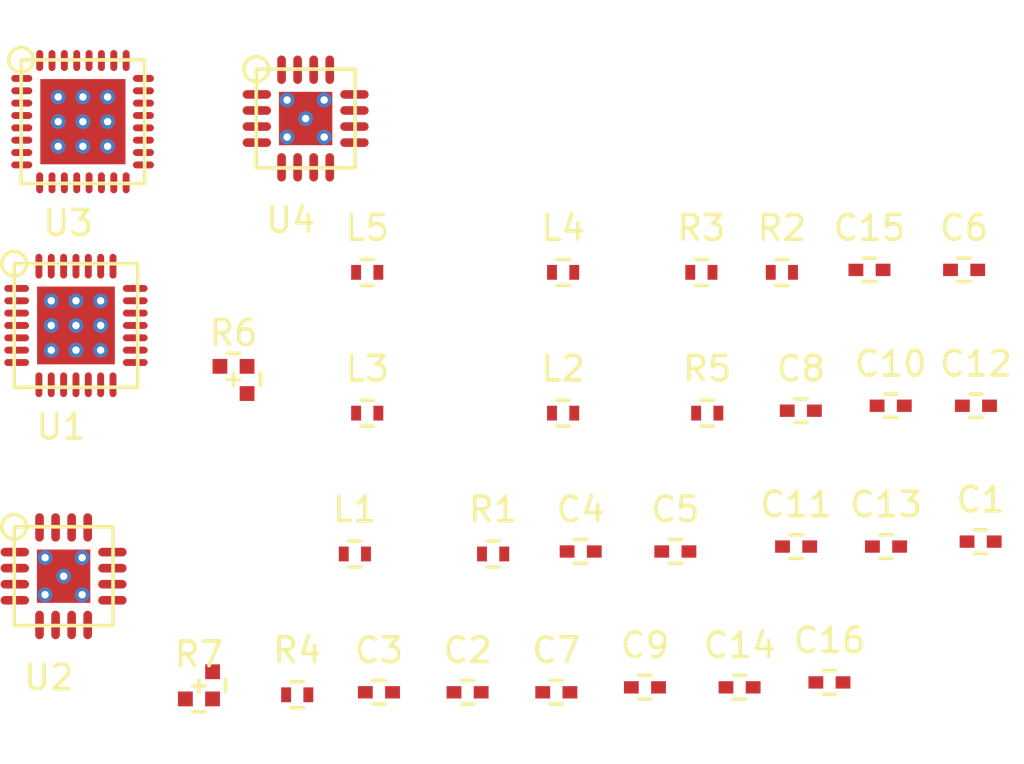
<source format=kicad_pcb>
(kicad_pcb (version 4) (host pcbnew "(2015-07-02 BZR 5871)-product")

  (general
    (links 112)
    (no_connects 84)
    (area 30.607 21.595 72.422714 52.94)
    (thickness 1.6)
    (drawings 0)
    (tracks 0)
    (zones 0)
    (modules 32)
    (nets 86)
  )

  (page A4)
  (layers
    (0 F.Cu signal)
    (1 In1.Cu signal)
    (2 In2.Cu signal)
    (31 B.Cu signal)
    (32 B.Adhes user)
    (33 F.Adhes user)
    (34 B.Paste user)
    (35 F.Paste user)
    (36 B.SilkS user)
    (37 F.SilkS user)
    (38 B.Mask user)
    (39 F.Mask user)
    (40 Dwgs.User user)
    (41 Cmts.User user)
    (42 Eco1.User user)
    (43 Eco2.User user)
    (44 Edge.Cuts user)
    (45 Margin user)
    (46 B.CrtYd user)
    (47 F.CrtYd user)
    (48 B.Fab user)
    (49 F.Fab user)
  )

  (setup
    (last_trace_width 0.25)
    (trace_clearance 0.2)
    (zone_clearance 0.508)
    (zone_45_only no)
    (trace_min 0.2)
    (segment_width 0.2)
    (edge_width 0.1)
    (via_size 0.6)
    (via_drill 0.4)
    (via_min_size 0.4)
    (via_min_drill 0.3)
    (uvia_size 0.3)
    (uvia_drill 0.1)
    (uvias_allowed no)
    (uvia_min_size 0.2)
    (uvia_min_drill 0.1)
    (pcb_text_width 0.3)
    (pcb_text_size 1.5 1.5)
    (mod_edge_width 0.15)
    (mod_text_size 1 1)
    (mod_text_width 0.15)
    (pad_size 1.5 1.5)
    (pad_drill 0.6)
    (pad_to_mask_clearance 0)
    (aux_axis_origin 0 0)
    (visible_elements 7FFFFFFF)
    (pcbplotparams
      (layerselection 0x00030_80000001)
      (usegerberextensions false)
      (excludeedgelayer true)
      (linewidth 0.100000)
      (plotframeref false)
      (viasonmask false)
      (mode 1)
      (useauxorigin false)
      (hpglpennumber 1)
      (hpglpenspeed 20)
      (hpglpendiameter 15)
      (hpglpenoverlay 2)
      (psnegative false)
      (psa4output false)
      (plotreference true)
      (plotvalue true)
      (plotinvisibletext false)
      (padsonsilk false)
      (subtractmaskfromsilk false)
      (outputformat 1)
      (mirror false)
      (drillshape 1)
      (scaleselection 1)
      (outputdirectory ""))
  )

  (net 0 "")
  (net 1 "Net-(C3-Pad1)")
  (net 2 "Net-(C6-Pad1)")
  (net 3 "Net-(C7-Pad1)")
  (net 4 "Net-(C9-Pad2)")
  (net 5 "Net-(C10-Pad1)")
  (net 6 "Net-(C13-Pad1)")
  (net 7 "Net-(C14-Pad1)")
  (net 8 "Net-(C15-Pad1)")
  (net 9 "Net-(C16-Pad1)")
  (net 10 "Net-(R1-Pad1)")
  (net 11 "Net-(R2-Pad1)")
  (net 12 "Net-(R2-Pad2)")
  (net 13 "Net-(R3-Pad1)")
  (net 14 "Net-(R3-Pad2)")
  (net 15 "Net-(R4-Pad1)")
  (net 16 "Net-(R4-Pad2)")
  (net 17 "Net-(R5-Pad1)")
  (net 18 "Net-(U1-Pad1)")
  (net 19 "Net-(U1-Pad2)")
  (net 20 "Net-(U1-Pad4)")
  (net 21 "Net-(U1-Pad5)")
  (net 22 "Net-(U1-Pad6)")
  (net 23 "Net-(U1-Pad7)")
  (net 24 "Net-(U1-Pad9)")
  (net 25 "Net-(U1-Pad10)")
  (net 26 "Net-(U1-Pad21)")
  (net 27 "Net-(U1-Pad18)")
  (net 28 "Net-(U1-Pad15)")
  (net 29 GND)
  (net 30 AVDD)
  (net 31 /2G4Radio/VDD_CC2520)
  (net 32 /2G4Radio/VDD_CC2592)
  (net 33 "Net-(U1-Pad25)")
  (net 34 "Net-(U1-Pad26)")
  (net 35 "Net-(U1-Pad28)")
  (net 36 "Net-(R6-Pad3)")
  (net 37 "Net-(R6-Pad1)")
  (net 38 "Net-(R6-Pad2)")
  (net 39 "Net-(R7-Pad3)")
  (net 40 "Net-(R7-Pad1)")
  (net 41 "Net-(R7-Pad2)")
  (net 42 "Net-(U3-Pad25)")
  (net 43 "Net-(U3-Pad17)")
  (net 44 "Net-(U3-Pad9)")
  (net 45 "Net-(U3-Pad1)")
  (net 46 "Net-(U3-Pad2)")
  (net 47 "Net-(U3-Pad3)")
  (net 48 "Net-(U3-Pad4)")
  (net 49 "Net-(U3-Pad5)")
  (net 50 "Net-(U3-Pad6)")
  (net 51 "Net-(U3-Pad7)")
  (net 52 "Net-(U3-Pad8)")
  (net 53 "Net-(U3-Pad10)")
  (net 54 "Net-(U3-Pad11)")
  (net 55 "Net-(U3-Pad12)")
  (net 56 "Net-(U3-Pad13)")
  (net 57 "Net-(U3-Pad14)")
  (net 58 "Net-(U3-Pad15)")
  (net 59 "Net-(U3-Pad16)")
  (net 60 "Net-(U3-Pad18)")
  (net 61 "Net-(U3-Pad19)")
  (net 62 "Net-(U3-Pad20)")
  (net 63 "Net-(U3-Pad21)")
  (net 64 "Net-(U3-Pad22)")
  (net 65 "Net-(U3-Pad23)")
  (net 66 "Net-(U3-Pad24)")
  (net 67 "Net-(U3-Pad26)")
  (net 68 "Net-(U3-Pad27)")
  (net 69 "Net-(U3-Pad28)")
  (net 70 "Net-(U3-Pad29)")
  (net 71 "Net-(U3-Pad30)")
  (net 72 "Net-(U3-Pad31)")
  (net 73 "Net-(U3-Pad32)")
  (net 74 "Net-(U4-Pad13)")
  (net 75 "Net-(U4-Pad5)")
  (net 76 "Net-(U4-Pad2)")
  (net 77 "Net-(U4-Pad4)")
  (net 78 "Net-(U4-Pad6)")
  (net 79 "Net-(U4-Pad7)")
  (net 80 "Net-(U4-Pad8)")
  (net 81 "Net-(U4-Pad10)")
  (net 82 "Net-(U4-Pad11)")
  (net 83 "Net-(U4-Pad14)")
  (net 84 "Net-(U4-Pad15)")
  (net 85 "Net-(U4-Pad16)")

  (net_class Default "This is the default net class."
    (clearance 0.2)
    (trace_width 0.25)
    (via_dia 0.6)
    (via_drill 0.4)
    (uvia_dia 0.3)
    (uvia_drill 0.1)
    (add_net /2G4Radio/VDD_CC2520)
    (add_net /2G4Radio/VDD_CC2592)
    (add_net AVDD)
    (add_net GND)
    (add_net "Net-(C10-Pad1)")
    (add_net "Net-(C13-Pad1)")
    (add_net "Net-(C14-Pad1)")
    (add_net "Net-(C15-Pad1)")
    (add_net "Net-(C16-Pad1)")
    (add_net "Net-(C3-Pad1)")
    (add_net "Net-(C6-Pad1)")
    (add_net "Net-(C7-Pad1)")
    (add_net "Net-(C9-Pad2)")
    (add_net "Net-(R1-Pad1)")
    (add_net "Net-(R2-Pad1)")
    (add_net "Net-(R2-Pad2)")
    (add_net "Net-(R3-Pad1)")
    (add_net "Net-(R3-Pad2)")
    (add_net "Net-(R4-Pad1)")
    (add_net "Net-(R4-Pad2)")
    (add_net "Net-(R5-Pad1)")
    (add_net "Net-(R6-Pad1)")
    (add_net "Net-(R6-Pad2)")
    (add_net "Net-(R6-Pad3)")
    (add_net "Net-(R7-Pad1)")
    (add_net "Net-(R7-Pad2)")
    (add_net "Net-(R7-Pad3)")
    (add_net "Net-(U1-Pad1)")
    (add_net "Net-(U1-Pad10)")
    (add_net "Net-(U1-Pad15)")
    (add_net "Net-(U1-Pad18)")
    (add_net "Net-(U1-Pad2)")
    (add_net "Net-(U1-Pad21)")
    (add_net "Net-(U1-Pad25)")
    (add_net "Net-(U1-Pad26)")
    (add_net "Net-(U1-Pad28)")
    (add_net "Net-(U1-Pad4)")
    (add_net "Net-(U1-Pad5)")
    (add_net "Net-(U1-Pad6)")
    (add_net "Net-(U1-Pad7)")
    (add_net "Net-(U1-Pad9)")
    (add_net "Net-(U3-Pad1)")
    (add_net "Net-(U3-Pad10)")
    (add_net "Net-(U3-Pad11)")
    (add_net "Net-(U3-Pad12)")
    (add_net "Net-(U3-Pad13)")
    (add_net "Net-(U3-Pad14)")
    (add_net "Net-(U3-Pad15)")
    (add_net "Net-(U3-Pad16)")
    (add_net "Net-(U3-Pad17)")
    (add_net "Net-(U3-Pad18)")
    (add_net "Net-(U3-Pad19)")
    (add_net "Net-(U3-Pad2)")
    (add_net "Net-(U3-Pad20)")
    (add_net "Net-(U3-Pad21)")
    (add_net "Net-(U3-Pad22)")
    (add_net "Net-(U3-Pad23)")
    (add_net "Net-(U3-Pad24)")
    (add_net "Net-(U3-Pad25)")
    (add_net "Net-(U3-Pad26)")
    (add_net "Net-(U3-Pad27)")
    (add_net "Net-(U3-Pad28)")
    (add_net "Net-(U3-Pad29)")
    (add_net "Net-(U3-Pad3)")
    (add_net "Net-(U3-Pad30)")
    (add_net "Net-(U3-Pad31)")
    (add_net "Net-(U3-Pad32)")
    (add_net "Net-(U3-Pad4)")
    (add_net "Net-(U3-Pad5)")
    (add_net "Net-(U3-Pad6)")
    (add_net "Net-(U3-Pad7)")
    (add_net "Net-(U3-Pad8)")
    (add_net "Net-(U3-Pad9)")
    (add_net "Net-(U4-Pad10)")
    (add_net "Net-(U4-Pad11)")
    (add_net "Net-(U4-Pad13)")
    (add_net "Net-(U4-Pad14)")
    (add_net "Net-(U4-Pad15)")
    (add_net "Net-(U4-Pad16)")
    (add_net "Net-(U4-Pad2)")
    (add_net "Net-(U4-Pad4)")
    (add_net "Net-(U4-Pad5)")
    (add_net "Net-(U4-Pad6)")
    (add_net "Net-(U4-Pad7)")
    (add_net "Net-(U4-Pad8)")
  )

  (module Capacitors_SMD:C_0402 (layer F.Cu) (tedit 5415D599) (tstamp 5598467B)
    (at 70.504857 43.797)
    (descr "Capacitor SMD 0402, reflow soldering, AVX (see smccp.pdf)")
    (tags "capacitor 0402")
    (path /5597347E/55973A13)
    (attr smd)
    (fp_text reference C1 (at 0 -1.7) (layer F.SilkS)
      (effects (font (size 1 1) (thickness 0.15)))
    )
    (fp_text value 0.1u (at 0 1.7) (layer F.Fab)
      (effects (font (size 1 1) (thickness 0.15)))
    )
    (fp_line (start -1.15 -0.6) (end 1.15 -0.6) (layer F.CrtYd) (width 0.05))
    (fp_line (start -1.15 0.6) (end 1.15 0.6) (layer F.CrtYd) (width 0.05))
    (fp_line (start -1.15 -0.6) (end -1.15 0.6) (layer F.CrtYd) (width 0.05))
    (fp_line (start 1.15 -0.6) (end 1.15 0.6) (layer F.CrtYd) (width 0.05))
    (fp_line (start 0.25 -0.475) (end -0.25 -0.475) (layer F.SilkS) (width 0.15))
    (fp_line (start -0.25 0.475) (end 0.25 0.475) (layer F.SilkS) (width 0.15))
    (pad 1 smd rect (at -0.55 0) (size 0.6 0.5) (layers F.Cu F.Paste F.Mask)
      (net 30 AVDD))
    (pad 2 smd rect (at 0.55 0) (size 0.6 0.5) (layers F.Cu F.Paste F.Mask)
      (net 29 GND))
    (model Capacitors_SMD.3dshapes/C_0402.wrl
      (at (xyz 0 0 0))
      (scale (xyz 1 1 1))
      (rotate (xyz 0 0 0))
    )
  )

  (module Capacitors_SMD:C_0402 (layer F.Cu) (tedit 5415D599) (tstamp 55984680)
    (at 49.734857 49.897)
    (descr "Capacitor SMD 0402, reflow soldering, AVX (see smccp.pdf)")
    (tags "capacitor 0402")
    (path /5597347E/55973A40)
    (attr smd)
    (fp_text reference C2 (at 0 -1.7) (layer F.SilkS)
      (effects (font (size 1 1) (thickness 0.15)))
    )
    (fp_text value 0.1u (at 0 1.7) (layer F.Fab)
      (effects (font (size 1 1) (thickness 0.15)))
    )
    (fp_line (start -1.15 -0.6) (end 1.15 -0.6) (layer F.CrtYd) (width 0.05))
    (fp_line (start -1.15 0.6) (end 1.15 0.6) (layer F.CrtYd) (width 0.05))
    (fp_line (start -1.15 -0.6) (end -1.15 0.6) (layer F.CrtYd) (width 0.05))
    (fp_line (start 1.15 -0.6) (end 1.15 0.6) (layer F.CrtYd) (width 0.05))
    (fp_line (start 0.25 -0.475) (end -0.25 -0.475) (layer F.SilkS) (width 0.15))
    (fp_line (start -0.25 0.475) (end 0.25 0.475) (layer F.SilkS) (width 0.15))
    (pad 1 smd rect (at -0.55 0) (size 0.6 0.5) (layers F.Cu F.Paste F.Mask)
      (net 30 AVDD))
    (pad 2 smd rect (at 0.55 0) (size 0.6 0.5) (layers F.Cu F.Paste F.Mask)
      (net 29 GND))
    (model Capacitors_SMD.3dshapes/C_0402.wrl
      (at (xyz 0 0 0))
      (scale (xyz 1 1 1))
      (rotate (xyz 0 0 0))
    )
  )

  (module Capacitors_SMD:C_0402 (layer F.Cu) (tedit 5415D599) (tstamp 55984685)
    (at 46.146762 49.897)
    (descr "Capacitor SMD 0402, reflow soldering, AVX (see smccp.pdf)")
    (tags "capacitor 0402")
    (path /5597347E/55973B2A)
    (attr smd)
    (fp_text reference C3 (at 0 -1.7) (layer F.SilkS)
      (effects (font (size 1 1) (thickness 0.15)))
    )
    (fp_text value 12p (at 0 1.7) (layer F.Fab)
      (effects (font (size 1 1) (thickness 0.15)))
    )
    (fp_line (start -1.15 -0.6) (end 1.15 -0.6) (layer F.CrtYd) (width 0.05))
    (fp_line (start -1.15 0.6) (end 1.15 0.6) (layer F.CrtYd) (width 0.05))
    (fp_line (start -1.15 -0.6) (end -1.15 0.6) (layer F.CrtYd) (width 0.05))
    (fp_line (start 1.15 -0.6) (end 1.15 0.6) (layer F.CrtYd) (width 0.05))
    (fp_line (start 0.25 -0.475) (end -0.25 -0.475) (layer F.SilkS) (width 0.15))
    (fp_line (start -0.25 0.475) (end 0.25 0.475) (layer F.SilkS) (width 0.15))
    (pad 1 smd rect (at -0.55 0) (size 0.6 0.5) (layers F.Cu F.Paste F.Mask)
      (net 1 "Net-(C3-Pad1)"))
    (pad 2 smd rect (at 0.55 0) (size 0.6 0.5) (layers F.Cu F.Paste F.Mask)
      (net 29 GND))
    (model Capacitors_SMD.3dshapes/C_0402.wrl
      (at (xyz 0 0 0))
      (scale (xyz 1 1 1))
      (rotate (xyz 0 0 0))
    )
  )

  (module Capacitors_SMD:C_0402 (layer F.Cu) (tedit 5415D599) (tstamp 5598468A)
    (at 54.314857 44.197)
    (descr "Capacitor SMD 0402, reflow soldering, AVX (see smccp.pdf)")
    (tags "capacitor 0402")
    (path /5597347E/55973A7D)
    (attr smd)
    (fp_text reference C4 (at 0 -1.7) (layer F.SilkS)
      (effects (font (size 1 1) (thickness 0.15)))
    )
    (fp_text value 0.1u (at 0 1.7) (layer F.Fab)
      (effects (font (size 1 1) (thickness 0.15)))
    )
    (fp_line (start -1.15 -0.6) (end 1.15 -0.6) (layer F.CrtYd) (width 0.05))
    (fp_line (start -1.15 0.6) (end 1.15 0.6) (layer F.CrtYd) (width 0.05))
    (fp_line (start -1.15 -0.6) (end -1.15 0.6) (layer F.CrtYd) (width 0.05))
    (fp_line (start 1.15 -0.6) (end 1.15 0.6) (layer F.CrtYd) (width 0.05))
    (fp_line (start 0.25 -0.475) (end -0.25 -0.475) (layer F.SilkS) (width 0.15))
    (fp_line (start -0.25 0.475) (end 0.25 0.475) (layer F.SilkS) (width 0.15))
    (pad 1 smd rect (at -0.55 0) (size 0.6 0.5) (layers F.Cu F.Paste F.Mask)
      (net 30 AVDD))
    (pad 2 smd rect (at 0.55 0) (size 0.6 0.5) (layers F.Cu F.Paste F.Mask)
      (net 29 GND))
    (model Capacitors_SMD.3dshapes/C_0402.wrl
      (at (xyz 0 0 0))
      (scale (xyz 1 1 1))
      (rotate (xyz 0 0 0))
    )
  )

  (module Capacitors_SMD:C_0402 (layer F.Cu) (tedit 5415D599) (tstamp 5598468F)
    (at 58.144857 44.197)
    (descr "Capacitor SMD 0402, reflow soldering, AVX (see smccp.pdf)")
    (tags "capacitor 0402")
    (path /5597347E/55973AB9)
    (attr smd)
    (fp_text reference C5 (at 0 -1.7) (layer F.SilkS)
      (effects (font (size 1 1) (thickness 0.15)))
    )
    (fp_text value 2.2u (at 0 1.7) (layer F.Fab)
      (effects (font (size 1 1) (thickness 0.15)))
    )
    (fp_line (start -1.15 -0.6) (end 1.15 -0.6) (layer F.CrtYd) (width 0.05))
    (fp_line (start -1.15 0.6) (end 1.15 0.6) (layer F.CrtYd) (width 0.05))
    (fp_line (start -1.15 -0.6) (end -1.15 0.6) (layer F.CrtYd) (width 0.05))
    (fp_line (start 1.15 -0.6) (end 1.15 0.6) (layer F.CrtYd) (width 0.05))
    (fp_line (start 0.25 -0.475) (end -0.25 -0.475) (layer F.SilkS) (width 0.15))
    (fp_line (start -0.25 0.475) (end 0.25 0.475) (layer F.SilkS) (width 0.15))
    (pad 1 smd rect (at -0.55 0) (size 0.6 0.5) (layers F.Cu F.Paste F.Mask)
      (net 30 AVDD))
    (pad 2 smd rect (at 0.55 0) (size 0.6 0.5) (layers F.Cu F.Paste F.Mask)
      (net 29 GND))
    (model Capacitors_SMD.3dshapes/C_0402.wrl
      (at (xyz 0 0 0))
      (scale (xyz 1 1 1))
      (rotate (xyz 0 0 0))
    )
  )

  (module Capacitors_SMD:C_0402 (layer F.Cu) (tedit 5415D599) (tstamp 55984694)
    (at 69.834857 32.797)
    (descr "Capacitor SMD 0402, reflow soldering, AVX (see smccp.pdf)")
    (tags "capacitor 0402")
    (path /5597347E/55973BC4)
    (attr smd)
    (fp_text reference C6 (at 0 -1.7) (layer F.SilkS)
      (effects (font (size 1 1) (thickness 0.15)))
    )
    (fp_text value 0.1u (at 0 1.7) (layer F.Fab)
      (effects (font (size 1 1) (thickness 0.15)))
    )
    (fp_line (start -1.15 -0.6) (end 1.15 -0.6) (layer F.CrtYd) (width 0.05))
    (fp_line (start -1.15 0.6) (end 1.15 0.6) (layer F.CrtYd) (width 0.05))
    (fp_line (start -1.15 -0.6) (end -1.15 0.6) (layer F.CrtYd) (width 0.05))
    (fp_line (start 1.15 -0.6) (end 1.15 0.6) (layer F.CrtYd) (width 0.05))
    (fp_line (start 0.25 -0.475) (end -0.25 -0.475) (layer F.SilkS) (width 0.15))
    (fp_line (start -0.25 0.475) (end 0.25 0.475) (layer F.SilkS) (width 0.15))
    (pad 1 smd rect (at -0.55 0) (size 0.6 0.5) (layers F.Cu F.Paste F.Mask)
      (net 2 "Net-(C6-Pad1)"))
    (pad 2 smd rect (at 0.55 0) (size 0.6 0.5) (layers F.Cu F.Paste F.Mask)
      (net 29 GND))
    (model Capacitors_SMD.3dshapes/C_0402.wrl
      (at (xyz 0 0 0))
      (scale (xyz 1 1 1))
      (rotate (xyz 0 0 0))
    )
  )

  (module Capacitors_SMD:C_0402 (layer F.Cu) (tedit 5415D599) (tstamp 55984699)
    (at 53.326762 49.897)
    (descr "Capacitor SMD 0402, reflow soldering, AVX (see smccp.pdf)")
    (tags "capacitor 0402")
    (path /5597347E/55973B5B)
    (attr smd)
    (fp_text reference C7 (at 0 -1.7) (layer F.SilkS)
      (effects (font (size 1 1) (thickness 0.15)))
    )
    (fp_text value 12p (at 0 1.7) (layer F.Fab)
      (effects (font (size 1 1) (thickness 0.15)))
    )
    (fp_line (start -1.15 -0.6) (end 1.15 -0.6) (layer F.CrtYd) (width 0.05))
    (fp_line (start -1.15 0.6) (end 1.15 0.6) (layer F.CrtYd) (width 0.05))
    (fp_line (start -1.15 -0.6) (end -1.15 0.6) (layer F.CrtYd) (width 0.05))
    (fp_line (start 1.15 -0.6) (end 1.15 0.6) (layer F.CrtYd) (width 0.05))
    (fp_line (start 0.25 -0.475) (end -0.25 -0.475) (layer F.SilkS) (width 0.15))
    (fp_line (start -0.25 0.475) (end 0.25 0.475) (layer F.SilkS) (width 0.15))
    (pad 1 smd rect (at -0.55 0) (size 0.6 0.5) (layers F.Cu F.Paste F.Mask)
      (net 3 "Net-(C7-Pad1)"))
    (pad 2 smd rect (at 0.55 0) (size 0.6 0.5) (layers F.Cu F.Paste F.Mask)
      (net 29 GND))
    (model Capacitors_SMD.3dshapes/C_0402.wrl
      (at (xyz 0 0 0))
      (scale (xyz 1 1 1))
      (rotate (xyz 0 0 0))
    )
  )

  (module Capacitors_SMD:C_0402 (layer F.Cu) (tedit 5415D599) (tstamp 5598469E)
    (at 63.224857 38.497)
    (descr "Capacitor SMD 0402, reflow soldering, AVX (see smccp.pdf)")
    (tags "capacitor 0402")
    (path /5597347E/55974233)
    (attr smd)
    (fp_text reference C8 (at 0 -1.7) (layer F.SilkS)
      (effects (font (size 1 1) (thickness 0.15)))
    )
    (fp_text value 2.2u (at 0 1.7) (layer F.Fab)
      (effects (font (size 1 1) (thickness 0.15)))
    )
    (fp_line (start -1.15 -0.6) (end 1.15 -0.6) (layer F.CrtYd) (width 0.05))
    (fp_line (start -1.15 0.6) (end 1.15 0.6) (layer F.CrtYd) (width 0.05))
    (fp_line (start -1.15 -0.6) (end -1.15 0.6) (layer F.CrtYd) (width 0.05))
    (fp_line (start 1.15 -0.6) (end 1.15 0.6) (layer F.CrtYd) (width 0.05))
    (fp_line (start 0.25 -0.475) (end -0.25 -0.475) (layer F.SilkS) (width 0.15))
    (fp_line (start -0.25 0.475) (end 0.25 0.475) (layer F.SilkS) (width 0.15))
    (pad 1 smd rect (at -0.55 0) (size 0.6 0.5) (layers F.Cu F.Paste F.Mask)
      (net 5 "Net-(C10-Pad1)"))
    (pad 2 smd rect (at 0.55 0) (size 0.6 0.5) (layers F.Cu F.Paste F.Mask)
      (net 29 GND))
    (model Capacitors_SMD.3dshapes/C_0402.wrl
      (at (xyz 0 0 0))
      (scale (xyz 1 1 1))
      (rotate (xyz 0 0 0))
    )
  )

  (module Capacitors_SMD:C_0402 (layer F.Cu) (tedit 5415D599) (tstamp 559846A3)
    (at 56.914857 49.697)
    (descr "Capacitor SMD 0402, reflow soldering, AVX (see smccp.pdf)")
    (tags "capacitor 0402")
    (path /5597347E/55973FE7)
    (attr smd)
    (fp_text reference C9 (at 0 -1.7) (layer F.SilkS)
      (effects (font (size 1 1) (thickness 0.15)))
    )
    (fp_text value 6.8p (at 0 1.7) (layer F.Fab)
      (effects (font (size 1 1) (thickness 0.15)))
    )
    (fp_line (start -1.15 -0.6) (end 1.15 -0.6) (layer F.CrtYd) (width 0.05))
    (fp_line (start -1.15 0.6) (end 1.15 0.6) (layer F.CrtYd) (width 0.05))
    (fp_line (start -1.15 -0.6) (end -1.15 0.6) (layer F.CrtYd) (width 0.05))
    (fp_line (start 1.15 -0.6) (end 1.15 0.6) (layer F.CrtYd) (width 0.05))
    (fp_line (start 0.25 -0.475) (end -0.25 -0.475) (layer F.SilkS) (width 0.15))
    (fp_line (start -0.25 0.475) (end 0.25 0.475) (layer F.SilkS) (width 0.15))
    (pad 1 smd rect (at -0.55 0) (size 0.6 0.5) (layers F.Cu F.Paste F.Mask)
      (net 29 GND))
    (pad 2 smd rect (at 0.55 0) (size 0.6 0.5) (layers F.Cu F.Paste F.Mask)
      (net 4 "Net-(C9-Pad2)"))
    (model Capacitors_SMD.3dshapes/C_0402.wrl
      (at (xyz 0 0 0))
      (scale (xyz 1 1 1))
      (rotate (xyz 0 0 0))
    )
  )

  (module Capacitors_SMD:C_0402 (layer F.Cu) (tedit 5415D599) (tstamp 559846A8)
    (at 66.864381 38.297)
    (descr "Capacitor SMD 0402, reflow soldering, AVX (see smccp.pdf)")
    (tags "capacitor 0402")
    (path /5597347E/559741EE)
    (attr smd)
    (fp_text reference C10 (at 0 -1.7) (layer F.SilkS)
      (effects (font (size 1 1) (thickness 0.15)))
    )
    (fp_text value 1u (at 0 1.7) (layer F.Fab)
      (effects (font (size 1 1) (thickness 0.15)))
    )
    (fp_line (start -1.15 -0.6) (end 1.15 -0.6) (layer F.CrtYd) (width 0.05))
    (fp_line (start -1.15 0.6) (end 1.15 0.6) (layer F.CrtYd) (width 0.05))
    (fp_line (start -1.15 -0.6) (end -1.15 0.6) (layer F.CrtYd) (width 0.05))
    (fp_line (start 1.15 -0.6) (end 1.15 0.6) (layer F.CrtYd) (width 0.05))
    (fp_line (start 0.25 -0.475) (end -0.25 -0.475) (layer F.SilkS) (width 0.15))
    (fp_line (start -0.25 0.475) (end 0.25 0.475) (layer F.SilkS) (width 0.15))
    (pad 1 smd rect (at -0.55 0) (size 0.6 0.5) (layers F.Cu F.Paste F.Mask)
      (net 5 "Net-(C10-Pad1)"))
    (pad 2 smd rect (at 0.55 0) (size 0.6 0.5) (layers F.Cu F.Paste F.Mask)
      (net 29 GND))
    (model Capacitors_SMD.3dshapes/C_0402.wrl
      (at (xyz 0 0 0))
      (scale (xyz 1 1 1))
      (rotate (xyz 0 0 0))
    )
  )

  (module Capacitors_SMD:C_0402 (layer F.Cu) (tedit 5415D599) (tstamp 559846AD)
    (at 63.034381 43.997)
    (descr "Capacitor SMD 0402, reflow soldering, AVX (see smccp.pdf)")
    (tags "capacitor 0402")
    (path /5597347E/559741B1)
    (attr smd)
    (fp_text reference C11 (at 0 -1.7) (layer F.SilkS)
      (effects (font (size 1 1) (thickness 0.15)))
    )
    (fp_text value 1n (at 0 1.7) (layer F.Fab)
      (effects (font (size 1 1) (thickness 0.15)))
    )
    (fp_line (start -1.15 -0.6) (end 1.15 -0.6) (layer F.CrtYd) (width 0.05))
    (fp_line (start -1.15 0.6) (end 1.15 0.6) (layer F.CrtYd) (width 0.05))
    (fp_line (start -1.15 -0.6) (end -1.15 0.6) (layer F.CrtYd) (width 0.05))
    (fp_line (start 1.15 -0.6) (end 1.15 0.6) (layer F.CrtYd) (width 0.05))
    (fp_line (start 0.25 -0.475) (end -0.25 -0.475) (layer F.SilkS) (width 0.15))
    (fp_line (start -0.25 0.475) (end 0.25 0.475) (layer F.SilkS) (width 0.15))
    (pad 1 smd rect (at -0.55 0) (size 0.6 0.5) (layers F.Cu F.Paste F.Mask)
      (net 5 "Net-(C10-Pad1)"))
    (pad 2 smd rect (at 0.55 0) (size 0.6 0.5) (layers F.Cu F.Paste F.Mask)
      (net 29 GND))
    (model Capacitors_SMD.3dshapes/C_0402.wrl
      (at (xyz 0 0 0))
      (scale (xyz 1 1 1))
      (rotate (xyz 0 0 0))
    )
  )

  (module Capacitors_SMD:C_0402 (layer F.Cu) (tedit 5415D599) (tstamp 559846B2)
    (at 70.314381 38.297)
    (descr "Capacitor SMD 0402, reflow soldering, AVX (see smccp.pdf)")
    (tags "capacitor 0402")
    (path /5597347E/55974136)
    (attr smd)
    (fp_text reference C12 (at 0 -1.7) (layer F.SilkS)
      (effects (font (size 1 1) (thickness 0.15)))
    )
    (fp_text value 12p (at 0 1.7) (layer F.Fab)
      (effects (font (size 1 1) (thickness 0.15)))
    )
    (fp_line (start -1.15 -0.6) (end 1.15 -0.6) (layer F.CrtYd) (width 0.05))
    (fp_line (start -1.15 0.6) (end 1.15 0.6) (layer F.CrtYd) (width 0.05))
    (fp_line (start -1.15 -0.6) (end -1.15 0.6) (layer F.CrtYd) (width 0.05))
    (fp_line (start 1.15 -0.6) (end 1.15 0.6) (layer F.CrtYd) (width 0.05))
    (fp_line (start 0.25 -0.475) (end -0.25 -0.475) (layer F.SilkS) (width 0.15))
    (fp_line (start -0.25 0.475) (end 0.25 0.475) (layer F.SilkS) (width 0.15))
    (pad 1 smd rect (at -0.55 0) (size 0.6 0.5) (layers F.Cu F.Paste F.Mask)
      (net 5 "Net-(C10-Pad1)"))
    (pad 2 smd rect (at 0.55 0) (size 0.6 0.5) (layers F.Cu F.Paste F.Mask)
      (net 29 GND))
    (model Capacitors_SMD.3dshapes/C_0402.wrl
      (at (xyz 0 0 0))
      (scale (xyz 1 1 1))
      (rotate (xyz 0 0 0))
    )
  )

  (module Capacitors_SMD:C_0402 (layer F.Cu) (tedit 5415D599) (tstamp 559846B7)
    (at 66.674857 43.997)
    (descr "Capacitor SMD 0402, reflow soldering, AVX (see smccp.pdf)")
    (tags "capacitor 0402")
    (path /5597347E/55973D82)
    (attr smd)
    (fp_text reference C13 (at 0 -1.7) (layer F.SilkS)
      (effects (font (size 1 1) (thickness 0.15)))
    )
    (fp_text value 2.2p (at 0 1.7) (layer F.Fab)
      (effects (font (size 1 1) (thickness 0.15)))
    )
    (fp_line (start -1.15 -0.6) (end 1.15 -0.6) (layer F.CrtYd) (width 0.05))
    (fp_line (start -1.15 0.6) (end 1.15 0.6) (layer F.CrtYd) (width 0.05))
    (fp_line (start -1.15 -0.6) (end -1.15 0.6) (layer F.CrtYd) (width 0.05))
    (fp_line (start 1.15 -0.6) (end 1.15 0.6) (layer F.CrtYd) (width 0.05))
    (fp_line (start 0.25 -0.475) (end -0.25 -0.475) (layer F.SilkS) (width 0.15))
    (fp_line (start -0.25 0.475) (end 0.25 0.475) (layer F.SilkS) (width 0.15))
    (pad 1 smd rect (at -0.55 0) (size 0.6 0.5) (layers F.Cu F.Paste F.Mask)
      (net 6 "Net-(C13-Pad1)"))
    (pad 2 smd rect (at 0.55 0) (size 0.6 0.5) (layers F.Cu F.Paste F.Mask)
      (net 29 GND))
    (model Capacitors_SMD.3dshapes/C_0402.wrl
      (at (xyz 0 0 0))
      (scale (xyz 1 1 1))
      (rotate (xyz 0 0 0))
    )
  )

  (module Capacitors_SMD:C_0402 (layer F.Cu) (tedit 5415D599) (tstamp 559846BC)
    (at 60.744857 49.697)
    (descr "Capacitor SMD 0402, reflow soldering, AVX (see smccp.pdf)")
    (tags "capacitor 0402")
    (path /5597347E/55973E15)
    (attr smd)
    (fp_text reference C14 (at 0 -1.7) (layer F.SilkS)
      (effects (font (size 1 1) (thickness 0.15)))
    )
    (fp_text value 2.2p (at 0 1.7) (layer F.Fab)
      (effects (font (size 1 1) (thickness 0.15)))
    )
    (fp_line (start -1.15 -0.6) (end 1.15 -0.6) (layer F.CrtYd) (width 0.05))
    (fp_line (start -1.15 0.6) (end 1.15 0.6) (layer F.CrtYd) (width 0.05))
    (fp_line (start -1.15 -0.6) (end -1.15 0.6) (layer F.CrtYd) (width 0.05))
    (fp_line (start 1.15 -0.6) (end 1.15 0.6) (layer F.CrtYd) (width 0.05))
    (fp_line (start 0.25 -0.475) (end -0.25 -0.475) (layer F.SilkS) (width 0.15))
    (fp_line (start -0.25 0.475) (end 0.25 0.475) (layer F.SilkS) (width 0.15))
    (pad 1 smd rect (at -0.55 0) (size 0.6 0.5) (layers F.Cu F.Paste F.Mask)
      (net 7 "Net-(C14-Pad1)"))
    (pad 2 smd rect (at 0.55 0) (size 0.6 0.5) (layers F.Cu F.Paste F.Mask)
      (net 29 GND))
    (model Capacitors_SMD.3dshapes/C_0402.wrl
      (at (xyz 0 0 0))
      (scale (xyz 1 1 1))
      (rotate (xyz 0 0 0))
    )
  )

  (module Capacitors_SMD:C_0402 (layer F.Cu) (tedit 5415D599) (tstamp 559846C1)
    (at 66.004857 32.797)
    (descr "Capacitor SMD 0402, reflow soldering, AVX (see smccp.pdf)")
    (tags "capacitor 0402")
    (path /5597347E/55973E42)
    (attr smd)
    (fp_text reference C15 (at 0 -1.7) (layer F.SilkS)
      (effects (font (size 1 1) (thickness 0.15)))
    )
    (fp_text value 0.2p (at 0 1.7) (layer F.Fab)
      (effects (font (size 1 1) (thickness 0.15)))
    )
    (fp_line (start -1.15 -0.6) (end 1.15 -0.6) (layer F.CrtYd) (width 0.05))
    (fp_line (start -1.15 0.6) (end 1.15 0.6) (layer F.CrtYd) (width 0.05))
    (fp_line (start -1.15 -0.6) (end -1.15 0.6) (layer F.CrtYd) (width 0.05))
    (fp_line (start 1.15 -0.6) (end 1.15 0.6) (layer F.CrtYd) (width 0.05))
    (fp_line (start 0.25 -0.475) (end -0.25 -0.475) (layer F.SilkS) (width 0.15))
    (fp_line (start -0.25 0.475) (end 0.25 0.475) (layer F.SilkS) (width 0.15))
    (pad 1 smd rect (at -0.55 0) (size 0.6 0.5) (layers F.Cu F.Paste F.Mask)
      (net 8 "Net-(C15-Pad1)"))
    (pad 2 smd rect (at 0.55 0) (size 0.6 0.5) (layers F.Cu F.Paste F.Mask)
      (net 29 GND))
    (model Capacitors_SMD.3dshapes/C_0402.wrl
      (at (xyz 0 0 0))
      (scale (xyz 1 1 1))
      (rotate (xyz 0 0 0))
    )
  )

  (module Capacitors_SMD:C_0402 (layer F.Cu) (tedit 5415D599) (tstamp 559846C6)
    (at 64.384381 49.497)
    (descr "Capacitor SMD 0402, reflow soldering, AVX (see smccp.pdf)")
    (tags "capacitor 0402")
    (path /5597347E/55973E8D)
    (attr smd)
    (fp_text reference C16 (at 0 -1.7) (layer F.SilkS)
      (effects (font (size 1 1) (thickness 0.15)))
    )
    (fp_text value 18p (at 0 1.7) (layer F.Fab)
      (effects (font (size 1 1) (thickness 0.15)))
    )
    (fp_line (start -1.15 -0.6) (end 1.15 -0.6) (layer F.CrtYd) (width 0.05))
    (fp_line (start -1.15 0.6) (end 1.15 0.6) (layer F.CrtYd) (width 0.05))
    (fp_line (start -1.15 -0.6) (end -1.15 0.6) (layer F.CrtYd) (width 0.05))
    (fp_line (start 1.15 -0.6) (end 1.15 0.6) (layer F.CrtYd) (width 0.05))
    (fp_line (start 0.25 -0.475) (end -0.25 -0.475) (layer F.SilkS) (width 0.15))
    (fp_line (start -0.25 0.475) (end 0.25 0.475) (layer F.SilkS) (width 0.15))
    (pad 1 smd rect (at -0.55 0) (size 0.6 0.5) (layers F.Cu F.Paste F.Mask)
      (net 9 "Net-(C16-Pad1)"))
    (pad 2 smd rect (at 0.55 0) (size 0.6 0.5) (layers F.Cu F.Paste F.Mask)
      (net 8 "Net-(C15-Pad1)"))
    (model Capacitors_SMD.3dshapes/C_0402.wrl
      (at (xyz 0 0 0))
      (scale (xyz 1 1 1))
      (rotate (xyz 0 0 0))
    )
  )

  (module Resistors_SMD:R_0402 (layer F.Cu) (tedit 5415CBB8) (tstamp 559846CB)
    (at 50.769143 44.297)
    (descr "Resistor SMD 0402, reflow soldering, Vishay (see dcrcw.pdf)")
    (tags "resistor 0402")
    (path /5597347E/55973BE7)
    (attr smd)
    (fp_text reference R1 (at 0 -1.8) (layer F.SilkS)
      (effects (font (size 1 1) (thickness 0.15)))
    )
    (fp_text value 56k (at 0 1.8) (layer F.Fab)
      (effects (font (size 1 1) (thickness 0.15)))
    )
    (fp_line (start -0.95 -0.65) (end 0.95 -0.65) (layer F.CrtYd) (width 0.05))
    (fp_line (start -0.95 0.65) (end 0.95 0.65) (layer F.CrtYd) (width 0.05))
    (fp_line (start -0.95 -0.65) (end -0.95 0.65) (layer F.CrtYd) (width 0.05))
    (fp_line (start 0.95 -0.65) (end 0.95 0.65) (layer F.CrtYd) (width 0.05))
    (fp_line (start 0.25 -0.525) (end -0.25 -0.525) (layer F.SilkS) (width 0.15))
    (fp_line (start -0.25 0.525) (end 0.25 0.525) (layer F.SilkS) (width 0.15))
    (pad 1 smd rect (at -0.45 0) (size 0.4 0.6) (layers F.Cu F.Paste F.Mask)
      (net 10 "Net-(R1-Pad1)"))
    (pad 2 smd rect (at 0.45 0) (size 0.4 0.6) (layers F.Cu F.Paste F.Mask)
      (net 29 GND))
    (model Resistors_SMD.3dshapes/R_0402.wrl
      (at (xyz 0 0 0))
      (scale (xyz 1 1 1))
      (rotate (xyz 0 0 0))
    )
  )

  (module Resistors_SMD:R_0402 (layer F.Cu) (tedit 5415CBB8) (tstamp 559846D0)
    (at 62.459143 32.897)
    (descr "Resistor SMD 0402, reflow soldering, Vishay (see dcrcw.pdf)")
    (tags "resistor 0402")
    (path /5597347E/559753E2)
    (attr smd)
    (fp_text reference R2 (at 0 -1.8) (layer F.SilkS)
      (effects (font (size 1 1) (thickness 0.15)))
    )
    (fp_text value 10k (at 0 1.8) (layer F.Fab)
      (effects (font (size 1 1) (thickness 0.15)))
    )
    (fp_line (start -0.95 -0.65) (end 0.95 -0.65) (layer F.CrtYd) (width 0.05))
    (fp_line (start -0.95 0.65) (end 0.95 0.65) (layer F.CrtYd) (width 0.05))
    (fp_line (start -0.95 -0.65) (end -0.95 0.65) (layer F.CrtYd) (width 0.05))
    (fp_line (start 0.95 -0.65) (end 0.95 0.65) (layer F.CrtYd) (width 0.05))
    (fp_line (start 0.25 -0.525) (end -0.25 -0.525) (layer F.SilkS) (width 0.15))
    (fp_line (start -0.25 0.525) (end 0.25 0.525) (layer F.SilkS) (width 0.15))
    (pad 1 smd rect (at -0.45 0) (size 0.4 0.6) (layers F.Cu F.Paste F.Mask)
      (net 11 "Net-(R2-Pad1)"))
    (pad 2 smd rect (at 0.45 0) (size 0.4 0.6) (layers F.Cu F.Paste F.Mask)
      (net 12 "Net-(R2-Pad2)"))
    (model Resistors_SMD.3dshapes/R_0402.wrl
      (at (xyz 0 0 0))
      (scale (xyz 1 1 1))
      (rotate (xyz 0 0 0))
    )
  )

  (module Resistors_SMD:R_0402 (layer F.Cu) (tedit 5415CBB8) (tstamp 559846D5)
    (at 59.199143 32.897)
    (descr "Resistor SMD 0402, reflow soldering, Vishay (see dcrcw.pdf)")
    (tags "resistor 0402")
    (path /5597347E/55973D32)
    (attr smd)
    (fp_text reference R3 (at 0 -1.8) (layer F.SilkS)
      (effects (font (size 1 1) (thickness 0.15)))
    )
    (fp_text value 10k (at 0 1.8) (layer F.Fab)
      (effects (font (size 1 1) (thickness 0.15)))
    )
    (fp_line (start -0.95 -0.65) (end 0.95 -0.65) (layer F.CrtYd) (width 0.05))
    (fp_line (start -0.95 0.65) (end 0.95 0.65) (layer F.CrtYd) (width 0.05))
    (fp_line (start -0.95 -0.65) (end -0.95 0.65) (layer F.CrtYd) (width 0.05))
    (fp_line (start 0.95 -0.65) (end 0.95 0.65) (layer F.CrtYd) (width 0.05))
    (fp_line (start 0.25 -0.525) (end -0.25 -0.525) (layer F.SilkS) (width 0.15))
    (fp_line (start -0.25 0.525) (end 0.25 0.525) (layer F.SilkS) (width 0.15))
    (pad 1 smd rect (at -0.45 0) (size 0.4 0.6) (layers F.Cu F.Paste F.Mask)
      (net 13 "Net-(R3-Pad1)"))
    (pad 2 smd rect (at 0.45 0) (size 0.4 0.6) (layers F.Cu F.Paste F.Mask)
      (net 14 "Net-(R3-Pad2)"))
    (model Resistors_SMD.3dshapes/R_0402.wrl
      (at (xyz 0 0 0))
      (scale (xyz 1 1 1))
      (rotate (xyz 0 0 0))
    )
  )

  (module Resistors_SMD:R_0402 (layer F.Cu) (tedit 5415CBB8) (tstamp 559846DA)
    (at 42.839143 49.997)
    (descr "Resistor SMD 0402, reflow soldering, Vishay (see dcrcw.pdf)")
    (tags "resistor 0402")
    (path /5597347E/55973D59)
    (attr smd)
    (fp_text reference R4 (at 0 -1.8) (layer F.SilkS)
      (effects (font (size 1 1) (thickness 0.15)))
    )
    (fp_text value 10k (at 0 1.8) (layer F.Fab)
      (effects (font (size 1 1) (thickness 0.15)))
    )
    (fp_line (start -0.95 -0.65) (end 0.95 -0.65) (layer F.CrtYd) (width 0.05))
    (fp_line (start -0.95 0.65) (end 0.95 0.65) (layer F.CrtYd) (width 0.05))
    (fp_line (start -0.95 -0.65) (end -0.95 0.65) (layer F.CrtYd) (width 0.05))
    (fp_line (start 0.95 -0.65) (end 0.95 0.65) (layer F.CrtYd) (width 0.05))
    (fp_line (start 0.25 -0.525) (end -0.25 -0.525) (layer F.SilkS) (width 0.15))
    (fp_line (start -0.25 0.525) (end 0.25 0.525) (layer F.SilkS) (width 0.15))
    (pad 1 smd rect (at -0.45 0) (size 0.4 0.6) (layers F.Cu F.Paste F.Mask)
      (net 15 "Net-(R4-Pad1)"))
    (pad 2 smd rect (at 0.45 0) (size 0.4 0.6) (layers F.Cu F.Paste F.Mask)
      (net 16 "Net-(R4-Pad2)"))
    (model Resistors_SMD.3dshapes/R_0402.wrl
      (at (xyz 0 0 0))
      (scale (xyz 1 1 1))
      (rotate (xyz 0 0 0))
    )
  )

  (module Resistors_SMD:R_0402 (layer F.Cu) (tedit 5415CBB8) (tstamp 559846DF)
    (at 59.437238 38.597)
    (descr "Resistor SMD 0402, reflow soldering, Vishay (see dcrcw.pdf)")
    (tags "resistor 0402")
    (path /5597347E/55973F22)
    (attr smd)
    (fp_text reference R5 (at 0 -1.8) (layer F.SilkS)
      (effects (font (size 1 1) (thickness 0.15)))
    )
    (fp_text value 3.9k (at 0 1.8) (layer F.Fab)
      (effects (font (size 1 1) (thickness 0.15)))
    )
    (fp_line (start -0.95 -0.65) (end 0.95 -0.65) (layer F.CrtYd) (width 0.05))
    (fp_line (start -0.95 0.65) (end 0.95 0.65) (layer F.CrtYd) (width 0.05))
    (fp_line (start -0.95 -0.65) (end -0.95 0.65) (layer F.CrtYd) (width 0.05))
    (fp_line (start 0.95 -0.65) (end 0.95 0.65) (layer F.CrtYd) (width 0.05))
    (fp_line (start 0.25 -0.525) (end -0.25 -0.525) (layer F.SilkS) (width 0.15))
    (fp_line (start -0.25 0.525) (end 0.25 0.525) (layer F.SilkS) (width 0.15))
    (pad 1 smd rect (at -0.45 0) (size 0.4 0.6) (layers F.Cu F.Paste F.Mask)
      (net 17 "Net-(R5-Pad1)"))
    (pad 2 smd rect (at 0.45 0) (size 0.4 0.6) (layers F.Cu F.Paste F.Mask)
      (net 29 GND))
    (model Resistors_SMD.3dshapes/R_0402.wrl
      (at (xyz 0 0 0))
      (scale (xyz 1 1 1))
      (rotate (xyz 0 0 0))
    )
  )

  (module Resistors_SMD:R_0402 (layer F.Cu) (tedit 5415CBB8) (tstamp 5599F58D)
    (at 45.172476 44.297)
    (descr "Resistor SMD 0402, reflow soldering, Vishay (see dcrcw.pdf)")
    (tags "resistor 0402")
    (path /5597347E/55988D36)
    (attr smd)
    (fp_text reference L1 (at 0 -1.8) (layer F.SilkS)
      (effects (font (size 1 1) (thickness 0.15)))
    )
    (fp_text value INDUCTOR (at 0 1.8) (layer F.Fab)
      (effects (font (size 1 1) (thickness 0.15)))
    )
    (fp_line (start -0.95 -0.65) (end 0.95 -0.65) (layer F.CrtYd) (width 0.05))
    (fp_line (start -0.95 0.65) (end 0.95 0.65) (layer F.CrtYd) (width 0.05))
    (fp_line (start -0.95 -0.65) (end -0.95 0.65) (layer F.CrtYd) (width 0.05))
    (fp_line (start 0.95 -0.65) (end 0.95 0.65) (layer F.CrtYd) (width 0.05))
    (fp_line (start 0.25 -0.525) (end -0.25 -0.525) (layer F.SilkS) (width 0.15))
    (fp_line (start -0.25 0.525) (end 0.25 0.525) (layer F.SilkS) (width 0.15))
    (pad 1 smd rect (at -0.45 0) (size 0.4 0.6) (layers F.Cu F.Paste F.Mask)
      (net 30 AVDD))
    (pad 2 smd rect (at 0.45 0) (size 0.4 0.6) (layers F.Cu F.Paste F.Mask)
      (net 31 /2G4Radio/VDD_CC2520))
    (model Resistors_SMD.3dshapes/R_0402.wrl
      (at (xyz 0 0 0))
      (scale (xyz 1 1 1))
      (rotate (xyz 0 0 0))
    )
  )

  (module Resistors_SMD:R_0402 (layer F.Cu) (tedit 5415CBB8) (tstamp 5599F593)
    (at 53.602476 38.597)
    (descr "Resistor SMD 0402, reflow soldering, Vishay (see dcrcw.pdf)")
    (tags "resistor 0402")
    (path /5597347E/55987041)
    (attr smd)
    (fp_text reference L2 (at 0 -1.8) (layer F.SilkS)
      (effects (font (size 1 1) (thickness 0.15)))
    )
    (fp_text value INDUCTOR (at 0 1.8) (layer F.Fab)
      (effects (font (size 1 1) (thickness 0.15)))
    )
    (fp_line (start -0.95 -0.65) (end 0.95 -0.65) (layer F.CrtYd) (width 0.05))
    (fp_line (start -0.95 0.65) (end 0.95 0.65) (layer F.CrtYd) (width 0.05))
    (fp_line (start -0.95 -0.65) (end -0.95 0.65) (layer F.CrtYd) (width 0.05))
    (fp_line (start 0.95 -0.65) (end 0.95 0.65) (layer F.CrtYd) (width 0.05))
    (fp_line (start 0.25 -0.525) (end -0.25 -0.525) (layer F.SilkS) (width 0.15))
    (fp_line (start -0.25 0.525) (end 0.25 0.525) (layer F.SilkS) (width 0.15))
    (pad 1 smd rect (at -0.45 0) (size 0.4 0.6) (layers F.Cu F.Paste F.Mask)
      (net 32 /2G4Radio/VDD_CC2592))
    (pad 2 smd rect (at 0.45 0) (size 0.4 0.6) (layers F.Cu F.Paste F.Mask)
      (net 5 "Net-(C10-Pad1)"))
    (model Resistors_SMD.3dshapes/R_0402.wrl
      (at (xyz 0 0 0))
      (scale (xyz 1 1 1))
      (rotate (xyz 0 0 0))
    )
  )

  (module Resistors_SMD:R_0402 (layer F.Cu) (tedit 5415CBB8) (tstamp 5599F599)
    (at 45.672476 38.597)
    (descr "Resistor SMD 0402, reflow soldering, Vishay (see dcrcw.pdf)")
    (tags "resistor 0402")
    (path /5597347E/55986F60)
    (attr smd)
    (fp_text reference L3 (at 0 -1.8) (layer F.SilkS)
      (effects (font (size 1 1) (thickness 0.15)))
    )
    (fp_text value INDUCTOR (at 0 1.8) (layer F.Fab)
      (effects (font (size 1 1) (thickness 0.15)))
    )
    (fp_line (start -0.95 -0.65) (end 0.95 -0.65) (layer F.CrtYd) (width 0.05))
    (fp_line (start -0.95 0.65) (end 0.95 0.65) (layer F.CrtYd) (width 0.05))
    (fp_line (start -0.95 -0.65) (end -0.95 0.65) (layer F.CrtYd) (width 0.05))
    (fp_line (start 0.95 -0.65) (end 0.95 0.65) (layer F.CrtYd) (width 0.05))
    (fp_line (start 0.25 -0.525) (end -0.25 -0.525) (layer F.SilkS) (width 0.15))
    (fp_line (start -0.25 0.525) (end 0.25 0.525) (layer F.SilkS) (width 0.15))
    (pad 1 smd rect (at -0.45 0) (size 0.4 0.6) (layers F.Cu F.Paste F.Mask)
      (net 6 "Net-(C13-Pad1)"))
    (pad 2 smd rect (at 0.45 0) (size 0.4 0.6) (layers F.Cu F.Paste F.Mask)
      (net 5 "Net-(C10-Pad1)"))
    (model Resistors_SMD.3dshapes/R_0402.wrl
      (at (xyz 0 0 0))
      (scale (xyz 1 1 1))
      (rotate (xyz 0 0 0))
    )
  )

  (module Resistors_SMD:R_0402 (layer F.Cu) (tedit 5415CBB8) (tstamp 5599F59F)
    (at 53.602476 32.897)
    (descr "Resistor SMD 0402, reflow soldering, Vishay (see dcrcw.pdf)")
    (tags "resistor 0402")
    (path /5597347E/55986D7A)
    (attr smd)
    (fp_text reference L4 (at 0 -1.8) (layer F.SilkS)
      (effects (font (size 1 1) (thickness 0.15)))
    )
    (fp_text value INDUCTOR (at 0 1.8) (layer F.Fab)
      (effects (font (size 1 1) (thickness 0.15)))
    )
    (fp_line (start -0.95 -0.65) (end 0.95 -0.65) (layer F.CrtYd) (width 0.05))
    (fp_line (start -0.95 0.65) (end 0.95 0.65) (layer F.CrtYd) (width 0.05))
    (fp_line (start -0.95 -0.65) (end -0.95 0.65) (layer F.CrtYd) (width 0.05))
    (fp_line (start 0.95 -0.65) (end 0.95 0.65) (layer F.CrtYd) (width 0.05))
    (fp_line (start 0.25 -0.525) (end -0.25 -0.525) (layer F.SilkS) (width 0.15))
    (fp_line (start -0.25 0.525) (end 0.25 0.525) (layer F.SilkS) (width 0.15))
    (pad 1 smd rect (at -0.45 0) (size 0.4 0.6) (layers F.Cu F.Paste F.Mask)
      (net 6 "Net-(C13-Pad1)"))
    (pad 2 smd rect (at 0.45 0) (size 0.4 0.6) (layers F.Cu F.Paste F.Mask)
      (net 7 "Net-(C14-Pad1)"))
    (model Resistors_SMD.3dshapes/R_0402.wrl
      (at (xyz 0 0 0))
      (scale (xyz 1 1 1))
      (rotate (xyz 0 0 0))
    )
  )

  (module Resistors_SMD:R_0402 (layer F.Cu) (tedit 5415CBB8) (tstamp 5599F5A5)
    (at 45.672476 32.897)
    (descr "Resistor SMD 0402, reflow soldering, Vishay (see dcrcw.pdf)")
    (tags "resistor 0402")
    (path /5597347E/55986EE5)
    (attr smd)
    (fp_text reference L5 (at 0 -1.8) (layer F.SilkS)
      (effects (font (size 1 1) (thickness 0.15)))
    )
    (fp_text value INDUCTOR (at 0 1.8) (layer F.Fab)
      (effects (font (size 1 1) (thickness 0.15)))
    )
    (fp_line (start -0.95 -0.65) (end 0.95 -0.65) (layer F.CrtYd) (width 0.05))
    (fp_line (start -0.95 0.65) (end 0.95 0.65) (layer F.CrtYd) (width 0.05))
    (fp_line (start -0.95 -0.65) (end -0.95 0.65) (layer F.CrtYd) (width 0.05))
    (fp_line (start 0.95 -0.65) (end 0.95 0.65) (layer F.CrtYd) (width 0.05))
    (fp_line (start 0.25 -0.525) (end -0.25 -0.525) (layer F.SilkS) (width 0.15))
    (fp_line (start -0.25 0.525) (end 0.25 0.525) (layer F.SilkS) (width 0.15))
    (pad 1 smd rect (at -0.45 0) (size 0.4 0.6) (layers F.Cu F.Paste F.Mask)
      (net 7 "Net-(C14-Pad1)"))
    (pad 2 smd rect (at 0.45 0) (size 0.4 0.6) (layers F.Cu F.Paste F.Mask)
      (net 8 "Net-(C15-Pad1)"))
    (model Resistors_SMD.3dshapes/R_0402.wrl
      (at (xyz 0 0 0))
      (scale (xyz 1 1 1))
      (rotate (xyz 0 0 0))
    )
  )

  (module SMD_Packages:RHD_S-PVQFN-N28 (layer F.Cu) (tedit 559989DD) (tstamp 5599F5D3)
    (at 33.882001 35.047)
    (path /5597347E/5599ADE7)
    (fp_text reference U1 (at -0.6 4.1) (layer F.SilkS)
      (effects (font (size 1 1) (thickness 0.15)))
    )
    (fp_text value CC2520 (at 4.65 -3.95) (layer F.Fab)
      (effects (font (size 1 1) (thickness 0.15)))
    )
    (fp_circle (center -2.5 -2.5) (end -2 -2.5) (layer F.SilkS) (width 0.15))
    (fp_line (start -2.5 -2.5) (end 2.5 -2.5) (layer F.SilkS) (width 0.15))
    (fp_line (start 2.5 -2.5) (end 2.5 2.5) (layer F.SilkS) (width 0.15))
    (fp_line (start 2.5 2.5) (end -2.5 2.5) (layer F.SilkS) (width 0.15))
    (fp_line (start -2.5 2.5) (end -2.5 -2.5) (layer F.SilkS) (width 0.15))
    (pad 22 smd oval (at 1.5 -2.4 270) (size 1 0.28) (layers F.Cu F.Paste F.Mask)
      (net 30 AVDD) (solder_mask_margin 0.07) (solder_paste_margin -0.02))
    (pad 15 smd oval (at 2.4 1.5 180) (size 1 0.28) (layers F.Cu F.Paste F.Mask)
      (net 28 "Net-(U1-Pad15)") (solder_mask_margin 0.07) (solder_paste_margin -0.02))
    (pad 8 smd oval (at -1.5 2.4 90) (size 1 0.28) (layers F.Cu F.Paste F.Mask)
      (net 30 AVDD) (solder_mask_margin 0.07) (solder_paste_margin -0.02))
    (pad 1 smd oval (at -2.4 -1.5) (size 1 0.28) (layers F.Cu F.Paste F.Mask)
      (net 18 "Net-(U1-Pad1)") (solder_mask_margin 0.07) (solder_paste_margin -0.02))
    (pad 2 smd oval (at -2.4 -1) (size 1 0.28) (layers F.Cu F.Paste F.Mask)
      (net 19 "Net-(U1-Pad2)") (solder_mask_margin 0.07) (solder_paste_margin -0.02))
    (pad 3 smd oval (at -2.4 -0.5) (size 1 0.28) (layers F.Cu F.Paste F.Mask)
      (solder_mask_margin 0.07) (solder_paste_margin -0.02))
    (pad 4 smd oval (at -2.4 0) (size 1 0.28) (layers F.Cu F.Paste F.Mask)
      (net 20 "Net-(U1-Pad4)") (solder_mask_margin 0.07) (solder_paste_margin -0.02))
    (pad 5 smd oval (at -2.4 0.5) (size 1 0.28) (layers F.Cu F.Paste F.Mask)
      (net 21 "Net-(U1-Pad5)") (solder_mask_margin 0.07) (solder_paste_margin -0.02))
    (pad 6 smd oval (at -2.4 1) (size 1 0.28) (layers F.Cu F.Paste F.Mask)
      (net 22 "Net-(U1-Pad6)") (solder_mask_margin 0.07) (solder_paste_margin -0.02))
    (pad 7 smd oval (at -2.4 1.5) (size 1 0.28) (layers F.Cu F.Paste F.Mask)
      (net 23 "Net-(U1-Pad7)") (solder_mask_margin 0.07) (solder_paste_margin -0.02))
    (pad 9 smd oval (at -1 2.4 90) (size 1 0.28) (layers F.Cu F.Paste F.Mask)
      (net 24 "Net-(U1-Pad9)") (solder_mask_margin 0.07) (solder_paste_margin -0.02))
    (pad 10 smd oval (at -0.5 2.4 90) (size 1 0.28) (layers F.Cu F.Paste F.Mask)
      (net 25 "Net-(U1-Pad10)") (solder_mask_margin 0.07) (solder_paste_margin -0.02))
    (pad 11 smd oval (at 0 2.4 90) (size 1 0.28) (layers F.Cu F.Paste F.Mask)
      (net 30 AVDD) (solder_mask_margin 0.07) (solder_paste_margin -0.02))
    (pad 12 smd oval (at 0.5 2.4 90) (size 1 0.28) (layers F.Cu F.Paste F.Mask)
      (net 1 "Net-(C3-Pad1)") (solder_mask_margin 0.07) (solder_paste_margin -0.02))
    (pad 13 smd oval (at 1 2.4 90) (size 1 0.28) (layers F.Cu F.Paste F.Mask)
      (net 3 "Net-(C7-Pad1)") (solder_mask_margin 0.07) (solder_paste_margin -0.02))
    (pad 14 smd oval (at 1.5 2.4 90) (size 1 0.28) (layers F.Cu F.Paste F.Mask)
      (net 30 AVDD) (solder_mask_margin 0.07) (solder_paste_margin -0.02))
    (pad 16 smd oval (at 2.4 1 180) (size 1 0.28) (layers F.Cu F.Paste F.Mask)
      (net 30 AVDD) (solder_mask_margin 0.07) (solder_paste_margin -0.02))
    (pad 17 smd oval (at 2.4 0.5 180) (size 1 0.28) (layers F.Cu F.Paste F.Mask)
      (net 41 "Net-(R7-Pad2)") (solder_mask_margin 0.07) (solder_paste_margin -0.02))
    (pad 18 smd oval (at 2.4 0 180) (size 1 0.28) (layers F.Cu F.Paste F.Mask)
      (net 27 "Net-(U1-Pad18)") (solder_mask_margin 0.07) (solder_paste_margin -0.02))
    (pad 19 smd oval (at 2.4 -0.5 180) (size 1 0.28) (layers F.Cu F.Paste F.Mask)
      (net 38 "Net-(R6-Pad2)") (solder_mask_margin 0.07) (solder_paste_margin -0.02))
    (pad 20 smd oval (at 2.4 -1 180) (size 1 0.28) (layers F.Cu F.Paste F.Mask)
      (net 30 AVDD) (solder_mask_margin 0.07) (solder_paste_margin -0.02))
    (pad 21 smd oval (at 2.4 -1.5 180) (size 1 0.28) (layers F.Cu F.Paste F.Mask)
      (net 26 "Net-(U1-Pad21)") (solder_mask_margin 0.07) (solder_paste_margin -0.02))
    (pad 23 smd oval (at 1 -2.4 270) (size 1 0.28) (layers F.Cu F.Paste F.Mask)
      (net 10 "Net-(R1-Pad1)") (solder_mask_margin 0.07) (solder_paste_margin -0.02))
    (pad 24 smd oval (at 0.5 -2.4 270) (size 1 0.28) (layers F.Cu F.Paste F.Mask)
      (net 30 AVDD) (solder_mask_margin 0.07) (solder_paste_margin -0.02))
    (pad 25 smd oval (at 0 -2.4 270) (size 1 0.28) (layers F.Cu F.Paste F.Mask)
      (net 33 "Net-(U1-Pad25)") (solder_mask_margin 0.07) (solder_paste_margin -0.02))
    (pad 26 smd oval (at -0.5 -2.4 270) (size 1 0.28) (layers F.Cu F.Paste F.Mask)
      (net 34 "Net-(U1-Pad26)") (solder_mask_margin 0.07) (solder_paste_margin -0.02))
    (pad 27 smd oval (at -1 -2.4 270) (size 1 0.28) (layers F.Cu F.Paste F.Mask)
      (net 2 "Net-(C6-Pad1)") (solder_mask_margin 0.07) (solder_paste_margin -0.02))
    (pad 28 smd oval (at -1.5 -2.4 270) (size 1 0.28) (layers F.Cu F.Paste F.Mask)
      (net 35 "Net-(U1-Pad28)") (solder_mask_margin 0.07) (solder_paste_margin -0.02))
    (pad EP smd rect (at 0 0) (size 3.15 3.15) (layers F.Cu F.Mask)
      (net 29 GND))
    (pad EP smd rect (at -0.775 -0.775) (size 1.25 1.25) (layers F.Paste)
      (net 29 GND))
    (pad EP smd rect (at 0.775 -0.775) (size 1.25 1.25) (layers F.Paste)
      (net 29 GND))
    (pad EP smd rect (at -0.775 0.775) (size 1.25 1.25) (layers F.Paste)
      (net 29 GND))
    (pad EP smd rect (at 0.775 0.775) (size 1.25 1.25) (layers F.Paste)
      (net 29 GND))
    (pad EP thru_hole circle (at -1 -1) (size 0.6 0.6) (drill 0.3) (layers *.Cu)
      (net 29 GND))
    (pad EP thru_hole circle (at 0 -1) (size 0.6 0.6) (drill 0.3) (layers *.Cu)
      (net 29 GND))
    (pad EP thru_hole circle (at 1 -1) (size 0.6 0.6) (drill 0.3) (layers *.Cu)
      (net 29 GND))
    (pad EP thru_hole circle (at -1 0) (size 0.6 0.6) (drill 0.3) (layers *.Cu)
      (net 29 GND))
    (pad EP thru_hole circle (at 0 0) (size 0.6 0.6) (drill 0.3) (layers *.Cu)
      (net 29 GND))
    (pad EP thru_hole circle (at 1 0) (size 0.6 0.6) (drill 0.3) (layers *.Cu)
      (net 29 GND))
    (pad EP thru_hole circle (at -1 1) (size 0.6 0.6) (drill 0.3) (layers *.Cu)
      (net 29 GND))
    (pad EP thru_hole circle (at 0 1) (size 0.6 0.6) (drill 0.3) (layers *.Cu)
      (net 29 GND))
    (pad EP thru_hole circle (at 1 1) (size 0.6 0.6) (drill 0.3) (layers *.Cu)
      (net 29 GND))
    (model SMD_Packages.3dshapes/RHD_S-PVQFN-N28.wrl
      (at (xyz 0 0 0))
      (scale (xyz 1 1 1))
      (rotate (xyz 0 0 0))
    )
  )

  (module Resistors_SMD:R3_RH_0402 (layer F.Cu) (tedit 559B6964) (tstamp 559C8D6A)
    (at 40.259 36.703)
    (descr "Resistor SMD 0402 3-pin layout, reflow soldering, Vishay (see dcrcw.pdf)")
    (tags "resistor 0402 jumper")
    (path /5597347E/559B7240)
    (attr smd)
    (fp_text reference R6 (at 0 -1.35) (layer F.SilkS)
      (effects (font (size 1 1) (thickness 0.15)))
    )
    (fp_text value R3-RH (at 0.05 2.6) (layer F.Fab)
      (effects (font (size 1 1) (thickness 0.15)))
    )
    (fp_line (start 1.1 0.275) (end 1.1 0.775) (layer F.SilkS) (width 0.15))
    (fp_line (start 0 0.275) (end 0 0.775) (layer F.SilkS) (width 0.15))
    (fp_line (start 1.1 -0.65) (end 1.1 0.65) (layer F.CrtYd) (width 0.05))
    (fp_line (start 0 -0.65) (end 1.1 -0.65) (layer F.CrtYd) (width 0.05))
    (fp_line (start 0 0.65) (end -0.95 0.65) (layer F.CrtYd) (width 0.05))
    (fp_line (start 0 1.7) (end 1.1 1.7) (layer F.CrtYd) (width 0.05))
    (fp_line (start 1.1 1.7) (end 1.1 0.65) (layer F.CrtYd) (width 0.05))
    (fp_line (start 0 0.65) (end 0 1.7) (layer F.CrtYd) (width 0.05))
    (fp_line (start -1.1 -0.65) (end -0.95 -0.65) (layer F.CrtYd) (width 0.05))
    (fp_line (start -0.95 0.65) (end -1.1 0.65) (layer F.CrtYd) (width 0.05))
    (fp_line (start -1.1 0.65) (end -1.1 -0.65) (layer F.CrtYd) (width 0.05))
    (fp_line (start -0.95 -0.65) (end 0 -0.65) (layer F.CrtYd) (width 0.05))
    (fp_line (start 0.25 -0.525) (end -0.25 -0.525) (layer F.SilkS) (width 0.15))
    (fp_line (start -0.25 0.525) (end 0.25 0.525) (layer F.SilkS) (width 0.15))
    (pad 3 smd rect (at 0.55 1.1) (size 0.6 0.6) (layers F.Cu F.Paste F.Mask)
      (net 36 "Net-(R6-Pad3)"))
    (pad 1 smd rect (at -0.55 0) (size 0.6 0.6) (layers F.Cu F.Paste F.Mask)
      (net 37 "Net-(R6-Pad1)"))
    (pad 2 smd rect (at 0.55 0) (size 0.6 0.6) (layers F.Cu F.Paste F.Mask)
      (net 38 "Net-(R6-Pad2)"))
    (model Resistors_SMD.3dshapes/R_0402.wrl
      (at (xyz 0 0 0))
      (scale (xyz 1 1 1))
      (rotate (xyz 0 0 0))
    )
  )

  (module Resistors_SMD:R3_LH_0402 (layer F.Cu) (tedit 559B69B6) (tstamp 559C8D7F)
    (at 38.862 50.165)
    (descr "Resistor SMD 0402 3-pin layout, reflow soldering, Vishay (see dcrcw.pdf)")
    (tags "resistor 0402 jumper")
    (path /5597347E/559B6ED9)
    (attr smd)
    (fp_text reference R7 (at 0 -1.8) (layer F.SilkS)
      (effects (font (size 1 1) (thickness 0.15)))
    )
    (fp_text value R3-LH (at 0 1.8) (layer F.Fab)
      (effects (font (size 1 1) (thickness 0.15)))
    )
    (fp_line (start 1.075 -0.3) (end 1.075 -0.8) (layer F.SilkS) (width 0.15))
    (fp_line (start 0 -0.275) (end 0 -0.775) (layer F.SilkS) (width 0.15))
    (fp_line (start 1.1 -1.7) (end 0 -1.7) (layer F.CrtYd) (width 0.05))
    (fp_line (start 0.95 0.65) (end 1.1 0.65) (layer F.CrtYd) (width 0.05))
    (fp_line (start -1.1 -0.65) (end -0.95 -0.65) (layer F.CrtYd) (width 0.05))
    (fp_line (start -0.95 0.65) (end -1.1 0.65) (layer F.CrtYd) (width 0.05))
    (fp_line (start -1.1 0.65) (end -1.1 -0.65) (layer F.CrtYd) (width 0.05))
    (fp_line (start 1.1 0.65) (end 1.1 -1.7) (layer F.CrtYd) (width 0.05))
    (fp_line (start 0 -1.7) (end 0 -1.5) (layer F.CrtYd) (width 0.05))
    (fp_line (start -0.95 -0.65) (end 0 -0.65) (layer F.CrtYd) (width 0.05))
    (fp_line (start 0 -1.5) (end 0 -0.65) (layer F.CrtYd) (width 0.05))
    (fp_line (start -0.95 0.65) (end 0.95 0.65) (layer F.CrtYd) (width 0.05))
    (fp_line (start 0.25 -0.525) (end -0.25 -0.525) (layer F.SilkS) (width 0.15))
    (fp_line (start -0.25 0.525) (end 0.25 0.525) (layer F.SilkS) (width 0.15))
    (pad 3 smd rect (at 0.55 -1.1) (size 0.6 0.6) (layers F.Cu F.Paste F.Mask)
      (net 39 "Net-(R7-Pad3)"))
    (pad 1 smd rect (at -0.55 0) (size 0.6 0.6) (layers F.Cu F.Paste F.Mask)
      (net 40 "Net-(R7-Pad1)"))
    (pad 2 smd rect (at 0.55 0) (size 0.6 0.6) (layers F.Cu F.Paste F.Mask)
      (net 41 "Net-(R7-Pad2)"))
    (model Resistors_SMD.3dshapes/R_0402.wrl
      (at (xyz 0 0 0))
      (scale (xyz 1 1 1))
      (rotate (xyz 0 0 0))
    )
  )

  (module SMD_Packages:RHB_S-PVQFN-N32 (layer F.Cu) (tedit 559B5D85) (tstamp 559D8F18)
    (at 34.163 26.797)
    (path /559734A3/559BFDEE)
    (fp_text reference U3 (at -0.6 4.1) (layer F.SilkS)
      (effects (font (size 1 1) (thickness 0.15)))
    )
    (fp_text value CC1120 (at 4.65 -3.95) (layer F.Fab)
      (effects (font (size 1 1) (thickness 0.15)))
    )
    (fp_circle (center -2.5 -2.5) (end -2 -2.5) (layer F.SilkS) (width 0.15))
    (fp_line (start -2.5 -2.5) (end 2.5 -2.5) (layer F.SilkS) (width 0.15))
    (fp_line (start 2.5 -2.5) (end 2.5 2.5) (layer F.SilkS) (width 0.15))
    (fp_line (start 2.5 2.5) (end -2.5 2.5) (layer F.SilkS) (width 0.15))
    (fp_line (start -2.5 2.5) (end -2.5 -2.5) (layer F.SilkS) (width 0.15))
    (pad 25 smd oval (at 1.75 -2.475 270) (size 0.85 0.28) (layers F.Cu F.Paste F.Mask)
      (net 42 "Net-(U3-Pad25)") (solder_mask_margin 0.07) (solder_paste_margin -0.02))
    (pad 17 smd oval (at 2.45 1.75 180) (size 0.85 0.28) (layers F.Cu F.Paste F.Mask)
      (net 43 "Net-(U3-Pad17)") (solder_mask_margin 0.07) (solder_paste_margin -0.02))
    (pad 9 smd oval (at -1.75 2.475 90) (size 0.85 0.28) (layers F.Cu F.Paste F.Mask)
      (net 44 "Net-(U3-Pad9)") (solder_mask_margin 0.07) (solder_paste_margin -0.02))
    (pad 1 smd oval (at -2.475 -1.75) (size 0.85 0.28) (layers F.Cu F.Paste F.Mask)
      (net 45 "Net-(U3-Pad1)") (solder_mask_margin 0.07) (solder_paste_margin -0.02))
    (pad EP smd rect (at 0 0) (size 3.45 3.45) (layers F.Cu F.Mask)
      (net 29 GND))
    (pad EP smd rect (at -0.875 -0.875) (size 1.45 1.45) (layers F.Paste)
      (net 29 GND))
    (pad EP smd rect (at 0.875 -0.875) (size 1.45 1.45) (layers F.Paste)
      (net 29 GND))
    (pad EP smd rect (at -0.875 0.875) (size 1.45 1.45) (layers F.Paste)
      (net 29 GND))
    (pad EP smd rect (at 0.875 0.875) (size 1.45 1.45) (layers F.Paste)
      (net 29 GND))
    (pad EP thru_hole circle (at -1 -1) (size 0.6 0.6) (drill 0.3) (layers *.Cu)
      (net 29 GND))
    (pad EP thru_hole circle (at 0 -1) (size 0.6 0.6) (drill 0.3) (layers *.Cu)
      (net 29 GND))
    (pad EP thru_hole circle (at 1 -1) (size 0.6 0.6) (drill 0.3) (layers *.Cu)
      (net 29 GND))
    (pad EP thru_hole circle (at -1 0) (size 0.6 0.6) (drill 0.3) (layers *.Cu)
      (net 29 GND))
    (pad EP thru_hole circle (at 0 0) (size 0.6 0.6) (drill 0.3) (layers *.Cu)
      (net 29 GND))
    (pad EP thru_hole circle (at 1 0) (size 0.6 0.6) (drill 0.3) (layers *.Cu)
      (net 29 GND))
    (pad EP thru_hole circle (at -1 1) (size 0.6 0.6) (drill 0.3) (layers *.Cu)
      (net 29 GND))
    (pad EP thru_hole circle (at 0 1) (size 0.6 0.6) (drill 0.3) (layers *.Cu)
      (net 29 GND))
    (pad EP thru_hole circle (at 1 1) (size 0.6 0.6) (drill 0.3) (layers *.Cu)
      (net 29 GND))
    (pad 2 smd oval (at -2.475 -1.25) (size 0.85 0.28) (layers F.Cu F.Paste F.Mask)
      (net 46 "Net-(U3-Pad2)") (solder_mask_margin 0.07) (solder_paste_margin -0.02))
    (pad 3 smd oval (at -2.475 -0.75) (size 0.85 0.28) (layers F.Cu F.Paste F.Mask)
      (net 47 "Net-(U3-Pad3)") (solder_mask_margin 0.07) (solder_paste_margin -0.02))
    (pad 4 smd oval (at -2.475 -0.25) (size 0.85 0.28) (layers F.Cu F.Paste F.Mask)
      (net 48 "Net-(U3-Pad4)") (solder_mask_margin 0.07) (solder_paste_margin -0.02))
    (pad 5 smd oval (at -2.475 0.25) (size 0.85 0.28) (layers F.Cu F.Paste F.Mask)
      (net 49 "Net-(U3-Pad5)") (solder_mask_margin 0.07) (solder_paste_margin -0.02))
    (pad 6 smd oval (at -2.475 0.75) (size 0.85 0.28) (layers F.Cu F.Paste F.Mask)
      (net 50 "Net-(U3-Pad6)") (solder_mask_margin 0.07) (solder_paste_margin -0.02))
    (pad 7 smd oval (at -2.475 1.25) (size 0.85 0.28) (layers F.Cu F.Paste F.Mask)
      (net 51 "Net-(U3-Pad7)") (solder_mask_margin 0.07) (solder_paste_margin -0.02))
    (pad 8 smd oval (at -2.475 1.75) (size 0.85 0.28) (layers F.Cu F.Paste F.Mask)
      (net 52 "Net-(U3-Pad8)") (solder_mask_margin 0.07) (solder_paste_margin -0.02))
    (pad 10 smd oval (at -1.25 2.475 90) (size 0.85 0.28) (layers F.Cu F.Paste F.Mask)
      (net 53 "Net-(U3-Pad10)") (solder_mask_margin 0.07) (solder_paste_margin -0.02))
    (pad 11 smd oval (at -0.75 2.475 90) (size 0.85 0.28) (layers F.Cu F.Paste F.Mask)
      (net 54 "Net-(U3-Pad11)") (solder_mask_margin 0.07) (solder_paste_margin -0.02))
    (pad 12 smd oval (at -0.25 2.475 90) (size 0.85 0.28) (layers F.Cu F.Paste F.Mask)
      (net 55 "Net-(U3-Pad12)") (solder_mask_margin 0.07) (solder_paste_margin -0.02))
    (pad 13 smd oval (at 0.25 2.475 90) (size 0.85 0.28) (layers F.Cu F.Paste F.Mask)
      (net 56 "Net-(U3-Pad13)") (solder_mask_margin 0.07) (solder_paste_margin -0.02))
    (pad 14 smd oval (at 0.75 2.475 90) (size 0.85 0.28) (layers F.Cu F.Paste F.Mask)
      (net 57 "Net-(U3-Pad14)") (solder_mask_margin 0.07) (solder_paste_margin -0.02))
    (pad 15 smd oval (at 1.25 2.475 90) (size 0.85 0.28) (layers F.Cu F.Paste F.Mask)
      (net 58 "Net-(U3-Pad15)") (solder_mask_margin 0.07) (solder_paste_margin -0.02))
    (pad 16 smd oval (at 1.75 2.475 90) (size 0.85 0.28) (layers F.Cu F.Paste F.Mask)
      (net 59 "Net-(U3-Pad16)") (solder_mask_margin 0.07) (solder_paste_margin -0.02))
    (pad 18 smd oval (at 2.45 1.25 180) (size 0.85 0.28) (layers F.Cu F.Paste F.Mask)
      (net 60 "Net-(U3-Pad18)") (solder_mask_margin 0.07) (solder_paste_margin -0.02))
    (pad 19 smd oval (at 2.45 0.75 180) (size 0.85 0.28) (layers F.Cu F.Paste F.Mask)
      (net 61 "Net-(U3-Pad19)") (solder_mask_margin 0.07) (solder_paste_margin -0.02))
    (pad 20 smd oval (at 2.45 0.25 180) (size 0.85 0.28) (layers F.Cu F.Paste F.Mask)
      (net 62 "Net-(U3-Pad20)") (solder_mask_margin 0.07) (solder_paste_margin -0.02))
    (pad 21 smd oval (at 2.45 -0.25 180) (size 0.85 0.28) (layers F.Cu F.Paste F.Mask)
      (net 63 "Net-(U3-Pad21)") (solder_mask_margin 0.07) (solder_paste_margin -0.02))
    (pad 22 smd oval (at 2.45 -0.75 180) (size 0.85 0.28) (layers F.Cu F.Paste F.Mask)
      (net 64 "Net-(U3-Pad22)") (solder_mask_margin 0.07) (solder_paste_margin -0.02))
    (pad 23 smd oval (at 2.45 -1.25 180) (size 0.85 0.28) (layers F.Cu F.Paste F.Mask)
      (net 65 "Net-(U3-Pad23)") (solder_mask_margin 0.07) (solder_paste_margin -0.02))
    (pad 24 smd oval (at 2.45 -1.75 180) (size 0.85 0.28) (layers F.Cu F.Paste F.Mask)
      (net 66 "Net-(U3-Pad24)") (solder_mask_margin 0.07) (solder_paste_margin -0.02))
    (pad 26 smd oval (at 1.25 -2.475 270) (size 0.85 0.28) (layers F.Cu F.Paste F.Mask)
      (net 67 "Net-(U3-Pad26)") (solder_mask_margin 0.07) (solder_paste_margin -0.02))
    (pad 27 smd oval (at 0.75 -2.475 270) (size 0.85 0.28) (layers F.Cu F.Paste F.Mask)
      (net 68 "Net-(U3-Pad27)") (solder_mask_margin 0.07) (solder_paste_margin -0.02))
    (pad 28 smd oval (at 0.25 -2.475 270) (size 0.85 0.28) (layers F.Cu F.Paste F.Mask)
      (net 69 "Net-(U3-Pad28)") (solder_mask_margin 0.07) (solder_paste_margin -0.02))
    (pad 29 smd oval (at -0.25 -2.475 270) (size 0.85 0.28) (layers F.Cu F.Paste F.Mask)
      (net 70 "Net-(U3-Pad29)") (solder_mask_margin 0.07) (solder_paste_margin -0.02))
    (pad 30 smd oval (at -0.75 -2.475 270) (size 0.85 0.28) (layers F.Cu F.Paste F.Mask)
      (net 71 "Net-(U3-Pad30)") (solder_mask_margin 0.07) (solder_paste_margin -0.02))
    (pad 31 smd oval (at -1.25 -2.475 270) (size 0.85 0.28) (layers F.Cu F.Paste F.Mask)
      (net 72 "Net-(U3-Pad31)") (solder_mask_margin 0.07) (solder_paste_margin -0.02))
    (pad 32 smd oval (at -1.75 -2.475 270) (size 0.85 0.28) (layers F.Cu F.Paste F.Mask)
      (net 73 "Net-(U3-Pad32)") (solder_mask_margin 0.07) (solder_paste_margin -0.02))
    (model SMD_Packages.3dshapes/RHB_S-PVQFN-N32.wrl
      (at (xyz 0 0 0))
      (scale (xyz 1 1 1))
      (rotate (xyz 0 0 0))
    )
  )

  (module SMD_Packages:RGV_S-PVQFN-N16 (layer F.Cu) (tedit 5599EF0B) (tstamp 5599F5F6)
    (at 33.382001 45.197)
    (path /5597347E/5599F4B7)
    (fp_text reference U2 (at -0.6 4.1) (layer F.SilkS)
      (effects (font (size 1 1) (thickness 0.15)))
    )
    (fp_text value CC2592 (at 4.65 -3.95) (layer F.Fab)
      (effects (font (size 1 1) (thickness 0.15)))
    )
    (fp_circle (center -2 -2) (end -1.5 -2) (layer F.SilkS) (width 0.15))
    (fp_line (start -2 -2) (end 2 -2) (layer F.SilkS) (width 0.15))
    (fp_line (start 2 -2) (end 2 2) (layer F.SilkS) (width 0.15))
    (fp_line (start 2 2) (end -2 2) (layer F.SilkS) (width 0.15))
    (fp_line (start -2 2) (end -2 -2) (layer F.SilkS) (width 0.15))
    (pad 13 smd oval (at 0.975 -1.975 270) (size 1.15 0.35) (layers F.Cu F.Paste F.Mask)
      (net 5 "Net-(C10-Pad1)") (solder_mask_margin 0.075) (solder_paste_margin -0.02))
    (pad 9 smd oval (at 1.975 0.975 180) (size 1.15 0.35) (layers F.Cu F.Paste F.Mask)
      (net 29 GND) (solder_mask_margin 0.075) (solder_paste_margin -0.02))
    (pad 5 smd oval (at -0.975 1.975 90) (size 1.15 0.35) (layers F.Cu F.Paste F.Mask)
      (net 15 "Net-(R4-Pad1)") (solder_mask_margin 0.075) (solder_paste_margin -0.02))
    (pad 1 smd oval (at -1.975 -0.975) (size 1.15 0.35) (layers F.Cu F.Paste F.Mask)
      (net 29 GND) (solder_mask_margin 0.075) (solder_paste_margin -0.02))
    (pad EP smd rect (at 0 0) (size 2.16 2.16) (layers F.Cu F.Mask)
      (net 29 GND))
    (pad EP smd rect (at -0.575 -0.575) (size 0.85 0.85) (layers F.Paste)
      (net 29 GND))
    (pad EP thru_hole circle (at -0.75 -0.75) (size 0.6 0.6) (drill 0.3) (layers *.Cu)
      (net 29 GND))
    (pad EP thru_hole circle (at 0.75 -0.75) (size 0.6 0.6) (drill 0.3) (layers *.Cu)
      (net 29 GND))
    (pad EP thru_hole circle (at 0 0) (size 0.6 0.6) (drill 0.3) (layers *.Cu)
      (net 29 GND))
    (pad EP thru_hole circle (at -0.75 0.75) (size 0.6 0.6) (drill 0.3) (layers *.Cu)
      (net 29 GND))
    (pad EP thru_hole circle (at 0.75 0.75) (size 0.6 0.6) (drill 0.3) (layers *.Cu)
      (net 29 GND))
    (pad EP smd rect (at 0.575 -0.575) (size 0.85 0.85) (layers F.Paste)
      (net 29 GND))
    (pad EP smd rect (at -0.575 0.575) (size 0.85 0.85) (layers F.Paste)
      (net 29 GND))
    (pad EP smd rect (at 0.575 0.575) (size 0.85 0.85) (layers F.Paste)
      (net 29 GND))
    (pad 2 smd oval (at -1.975 -0.325) (size 1.15 0.35) (layers F.Cu F.Paste F.Mask)
      (net 37 "Net-(R6-Pad1)") (solder_mask_margin 0.075) (solder_paste_margin -0.02))
    (pad 3 smd oval (at -1.975 0.325) (size 1.15 0.35) (layers F.Cu F.Paste F.Mask)
      (net 40 "Net-(R7-Pad1)") (solder_mask_margin 0.075) (solder_paste_margin -0.02))
    (pad 4 smd oval (at -1.975 0.975) (size 1.15 0.35) (layers F.Cu F.Paste F.Mask)
      (net 29 GND) (solder_mask_margin 0.075) (solder_paste_margin -0.02))
    (pad 6 smd oval (at -0.325 1.975 90) (size 1.15 0.35) (layers F.Cu F.Paste F.Mask)
      (net 13 "Net-(R3-Pad1)") (solder_mask_margin 0.075) (solder_paste_margin -0.02))
    (pad 7 smd oval (at 0.325 1.975 90) (size 1.15 0.35) (layers F.Cu F.Paste F.Mask)
      (net 11 "Net-(R2-Pad1)") (solder_mask_margin 0.075) (solder_paste_margin -0.02))
    (pad 8 smd oval (at 0.975 1.975 90) (size 1.15 0.35) (layers F.Cu F.Paste F.Mask)
      (net 17 "Net-(R5-Pad1)") (solder_mask_margin 0.075) (solder_paste_margin -0.02))
    (pad 10 smd oval (at 1.975 0.325 180) (size 1.15 0.35) (layers F.Cu F.Paste F.Mask)
      (net 6 "Net-(C13-Pad1)") (solder_mask_margin 0.075) (solder_paste_margin -0.02))
    (pad 11 smd oval (at 1.975 -0.325 180) (size 1.15 0.35) (layers F.Cu F.Paste F.Mask)
      (net 29 GND) (solder_mask_margin 0.075) (solder_paste_margin -0.02))
    (pad 12 smd oval (at 1.975 -0.975 180) (size 1.15 0.35) (layers F.Cu F.Paste F.Mask)
      (net 29 GND) (solder_mask_margin 0.075) (solder_paste_margin -0.02))
    (pad 14 smd oval (at 0.325 -1.975 270) (size 1.15 0.35) (layers F.Cu F.Paste F.Mask)
      (net 5 "Net-(C10-Pad1)") (solder_mask_margin 0.075) (solder_paste_margin -0.02))
    (pad 15 smd oval (at -0.325 -1.975 270) (size 1.15 0.35) (layers F.Cu F.Paste F.Mask)
      (net 5 "Net-(C10-Pad1)") (solder_mask_margin 0.075) (solder_paste_margin -0.02))
    (pad 16 smd oval (at -0.975 -1.975 270) (size 1.15 0.35) (layers F.Cu F.Paste F.Mask)
      (net 29 GND) (solder_mask_margin 0.075) (solder_paste_margin -0.02))
    (model SMD_Packages.3dshapes/RGV_S-PVQFN-N16.wrl
      (at (xyz 0 0 0))
      (scale (xyz 1 1 1))
      (rotate (xyz 0 0 0))
    )
  )

  (module SMD_Packages:RGV_S-PVQFN-N16 (layer F.Cu) (tedit 5599EF0B) (tstamp 559E95B8)
    (at 43.18 26.67)
    (path /559734A3/559C0282)
    (fp_text reference U4 (at -0.6 4.1) (layer F.SilkS)
      (effects (font (size 1 1) (thickness 0.15)))
    )
    (fp_text value CC1190 (at 4.65 -3.95) (layer F.Fab)
      (effects (font (size 1 1) (thickness 0.15)))
    )
    (fp_circle (center -2 -2) (end -1.5 -2) (layer F.SilkS) (width 0.15))
    (fp_line (start -2 -2) (end 2 -2) (layer F.SilkS) (width 0.15))
    (fp_line (start 2 -2) (end 2 2) (layer F.SilkS) (width 0.15))
    (fp_line (start 2 2) (end -2 2) (layer F.SilkS) (width 0.15))
    (fp_line (start -2 2) (end -2 -2) (layer F.SilkS) (width 0.15))
    (pad 13 smd oval (at 0.975 -1.975 270) (size 1.15 0.35) (layers F.Cu F.Paste F.Mask)
      (net 74 "Net-(U4-Pad13)") (solder_mask_margin 0.075) (solder_paste_margin -0.02))
    (pad 9 smd oval (at 1.975 0.975 180) (size 1.15 0.35) (layers F.Cu F.Paste F.Mask)
      (net 29 GND) (solder_mask_margin 0.075) (solder_paste_margin -0.02))
    (pad 5 smd oval (at -0.975 1.975 90) (size 1.15 0.35) (layers F.Cu F.Paste F.Mask)
      (net 75 "Net-(U4-Pad5)") (solder_mask_margin 0.075) (solder_paste_margin -0.02))
    (pad 1 smd oval (at -1.975 -0.975) (size 1.15 0.35) (layers F.Cu F.Paste F.Mask)
      (net 29 GND) (solder_mask_margin 0.075) (solder_paste_margin -0.02))
    (pad EP smd rect (at 0 0) (size 2.16 2.16) (layers F.Cu F.Mask)
      (net 29 GND))
    (pad EP smd rect (at -0.575 -0.575) (size 0.85 0.85) (layers F.Paste)
      (net 29 GND))
    (pad EP thru_hole circle (at -0.75 -0.75) (size 0.6 0.6) (drill 0.3) (layers *.Cu)
      (net 29 GND))
    (pad EP thru_hole circle (at 0.75 -0.75) (size 0.6 0.6) (drill 0.3) (layers *.Cu)
      (net 29 GND))
    (pad EP thru_hole circle (at 0 0) (size 0.6 0.6) (drill 0.3) (layers *.Cu)
      (net 29 GND))
    (pad EP thru_hole circle (at -0.75 0.75) (size 0.6 0.6) (drill 0.3) (layers *.Cu)
      (net 29 GND))
    (pad EP thru_hole circle (at 0.75 0.75) (size 0.6 0.6) (drill 0.3) (layers *.Cu)
      (net 29 GND))
    (pad EP smd rect (at 0.575 -0.575) (size 0.85 0.85) (layers F.Paste)
      (net 29 GND))
    (pad EP smd rect (at -0.575 0.575) (size 0.85 0.85) (layers F.Paste)
      (net 29 GND))
    (pad EP smd rect (at 0.575 0.575) (size 0.85 0.85) (layers F.Paste)
      (net 29 GND))
    (pad 2 smd oval (at -1.975 -0.325) (size 1.15 0.35) (layers F.Cu F.Paste F.Mask)
      (net 76 "Net-(U4-Pad2)") (solder_mask_margin 0.075) (solder_paste_margin -0.02))
    (pad 3 smd oval (at -1.975 0.325) (size 1.15 0.35) (layers F.Cu F.Paste F.Mask)
      (net 29 GND) (solder_mask_margin 0.075) (solder_paste_margin -0.02))
    (pad 4 smd oval (at -1.975 0.975) (size 1.15 0.35) (layers F.Cu F.Paste F.Mask)
      (net 77 "Net-(U4-Pad4)") (solder_mask_margin 0.075) (solder_paste_margin -0.02))
    (pad 6 smd oval (at -0.325 1.975 90) (size 1.15 0.35) (layers F.Cu F.Paste F.Mask)
      (net 78 "Net-(U4-Pad6)") (solder_mask_margin 0.075) (solder_paste_margin -0.02))
    (pad 7 smd oval (at 0.325 1.975 90) (size 1.15 0.35) (layers F.Cu F.Paste F.Mask)
      (net 79 "Net-(U4-Pad7)") (solder_mask_margin 0.075) (solder_paste_margin -0.02))
    (pad 8 smd oval (at 0.975 1.975 90) (size 1.15 0.35) (layers F.Cu F.Paste F.Mask)
      (net 80 "Net-(U4-Pad8)") (solder_mask_margin 0.075) (solder_paste_margin -0.02))
    (pad 10 smd oval (at 1.975 0.325 180) (size 1.15 0.35) (layers F.Cu F.Paste F.Mask)
      (net 81 "Net-(U4-Pad10)") (solder_mask_margin 0.075) (solder_paste_margin -0.02))
    (pad 11 smd oval (at 1.975 -0.325 180) (size 1.15 0.35) (layers F.Cu F.Paste F.Mask)
      (net 82 "Net-(U4-Pad11)") (solder_mask_margin 0.075) (solder_paste_margin -0.02))
    (pad 12 smd oval (at 1.975 -0.975 180) (size 1.15 0.35) (layers F.Cu F.Paste F.Mask)
      (net 29 GND) (solder_mask_margin 0.075) (solder_paste_margin -0.02))
    (pad 14 smd oval (at 0.325 -1.975 270) (size 1.15 0.35) (layers F.Cu F.Paste F.Mask)
      (net 83 "Net-(U4-Pad14)") (solder_mask_margin 0.075) (solder_paste_margin -0.02))
    (pad 15 smd oval (at -0.325 -1.975 270) (size 1.15 0.35) (layers F.Cu F.Paste F.Mask)
      (net 84 "Net-(U4-Pad15)") (solder_mask_margin 0.075) (solder_paste_margin -0.02))
    (pad 16 smd oval (at -0.975 -1.975 270) (size 1.15 0.35) (layers F.Cu F.Paste F.Mask)
      (net 85 "Net-(U4-Pad16)") (solder_mask_margin 0.075) (solder_paste_margin -0.02))
    (model SMD_Packages.3dshapes/RGV_S-PVQFN-N16.wrl
      (at (xyz 0 0 0))
      (scale (xyz 1 1 1))
      (rotate (xyz 0 0 0))
    )
  )

)

</source>
